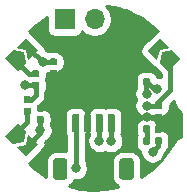
<source format=gtl>
G04 #@! TF.GenerationSoftware,KiCad,Pcbnew,(5.1.5-0-10_14)*
G04 #@! TF.CreationDate,2020-09-28T19:56:29+02:00*
G04 #@! TF.ProjectId,Encoder,456e636f-6465-4722-9e6b-696361645f70,1.1*
G04 #@! TF.SameCoordinates,Original*
G04 #@! TF.FileFunction,Copper,L1,Top*
G04 #@! TF.FilePolarity,Positive*
%FSLAX46Y46*%
G04 Gerber Fmt 4.6, Leading zero omitted, Abs format (unit mm)*
G04 Created by KiCad (PCBNEW (5.1.5-0-10_14)) date 2020-09-28 19:56:29*
%MOMM*%
%LPD*%
G04 APERTURE LIST*
%ADD10C,0.100000*%
%ADD11O,1.700000X1.700000*%
%ADD12R,1.700000X1.700000*%
%ADD13C,0.800000*%
%ADD14C,0.400000*%
%ADD15C,0.254000*%
G04 APERTURE END LIST*
G04 #@! TA.AperFunction,SMDPad,CuDef*
D10*
G36*
X121864958Y-95692710D02*
G01*
X121879276Y-95694834D01*
X121893317Y-95698351D01*
X121906946Y-95703228D01*
X121920031Y-95709417D01*
X121932447Y-95716858D01*
X121944073Y-95725481D01*
X121954798Y-95735202D01*
X121964519Y-95745927D01*
X121973142Y-95757553D01*
X121980583Y-95769969D01*
X121986772Y-95783054D01*
X121991649Y-95796683D01*
X121995166Y-95810724D01*
X121997290Y-95825042D01*
X121998000Y-95839500D01*
X121998000Y-96184500D01*
X121997290Y-96198958D01*
X121995166Y-96213276D01*
X121991649Y-96227317D01*
X121986772Y-96240946D01*
X121980583Y-96254031D01*
X121973142Y-96266447D01*
X121964519Y-96278073D01*
X121954798Y-96288798D01*
X121944073Y-96298519D01*
X121932447Y-96307142D01*
X121920031Y-96314583D01*
X121906946Y-96320772D01*
X121893317Y-96325649D01*
X121879276Y-96329166D01*
X121864958Y-96331290D01*
X121850500Y-96332000D01*
X121555500Y-96332000D01*
X121541042Y-96331290D01*
X121526724Y-96329166D01*
X121512683Y-96325649D01*
X121499054Y-96320772D01*
X121485969Y-96314583D01*
X121473553Y-96307142D01*
X121461927Y-96298519D01*
X121451202Y-96288798D01*
X121441481Y-96278073D01*
X121432858Y-96266447D01*
X121425417Y-96254031D01*
X121419228Y-96240946D01*
X121414351Y-96227317D01*
X121410834Y-96213276D01*
X121408710Y-96198958D01*
X121408000Y-96184500D01*
X121408000Y-95839500D01*
X121408710Y-95825042D01*
X121410834Y-95810724D01*
X121414351Y-95796683D01*
X121419228Y-95783054D01*
X121425417Y-95769969D01*
X121432858Y-95757553D01*
X121441481Y-95745927D01*
X121451202Y-95735202D01*
X121461927Y-95725481D01*
X121473553Y-95716858D01*
X121485969Y-95709417D01*
X121499054Y-95703228D01*
X121512683Y-95698351D01*
X121526724Y-95694834D01*
X121541042Y-95692710D01*
X121555500Y-95692000D01*
X121850500Y-95692000D01*
X121864958Y-95692710D01*
G37*
G04 #@! TD.AperFunction*
G04 #@! TA.AperFunction,SMDPad,CuDef*
G36*
X122834958Y-95692710D02*
G01*
X122849276Y-95694834D01*
X122863317Y-95698351D01*
X122876946Y-95703228D01*
X122890031Y-95709417D01*
X122902447Y-95716858D01*
X122914073Y-95725481D01*
X122924798Y-95735202D01*
X122934519Y-95745927D01*
X122943142Y-95757553D01*
X122950583Y-95769969D01*
X122956772Y-95783054D01*
X122961649Y-95796683D01*
X122965166Y-95810724D01*
X122967290Y-95825042D01*
X122968000Y-95839500D01*
X122968000Y-96184500D01*
X122967290Y-96198958D01*
X122965166Y-96213276D01*
X122961649Y-96227317D01*
X122956772Y-96240946D01*
X122950583Y-96254031D01*
X122943142Y-96266447D01*
X122934519Y-96278073D01*
X122924798Y-96288798D01*
X122914073Y-96298519D01*
X122902447Y-96307142D01*
X122890031Y-96314583D01*
X122876946Y-96320772D01*
X122863317Y-96325649D01*
X122849276Y-96329166D01*
X122834958Y-96331290D01*
X122820500Y-96332000D01*
X122525500Y-96332000D01*
X122511042Y-96331290D01*
X122496724Y-96329166D01*
X122482683Y-96325649D01*
X122469054Y-96320772D01*
X122455969Y-96314583D01*
X122443553Y-96307142D01*
X122431927Y-96298519D01*
X122421202Y-96288798D01*
X122411481Y-96278073D01*
X122402858Y-96266447D01*
X122395417Y-96254031D01*
X122389228Y-96240946D01*
X122384351Y-96227317D01*
X122380834Y-96213276D01*
X122378710Y-96198958D01*
X122378000Y-96184500D01*
X122378000Y-95839500D01*
X122378710Y-95825042D01*
X122380834Y-95810724D01*
X122384351Y-95796683D01*
X122389228Y-95783054D01*
X122395417Y-95769969D01*
X122402858Y-95757553D01*
X122411481Y-95745927D01*
X122421202Y-95735202D01*
X122431927Y-95725481D01*
X122443553Y-95716858D01*
X122455969Y-95709417D01*
X122469054Y-95703228D01*
X122482683Y-95698351D01*
X122496724Y-95694834D01*
X122511042Y-95692710D01*
X122525500Y-95692000D01*
X122820500Y-95692000D01*
X122834958Y-95692710D01*
G37*
G04 #@! TD.AperFunction*
D11*
X119828000Y-86712000D03*
X117288000Y-86712000D03*
D12*
X114748000Y-86712000D03*
G04 #@! TA.AperFunction,SMDPad,CuDef*
D10*
G36*
X122834958Y-96692710D02*
G01*
X122849276Y-96694834D01*
X122863317Y-96698351D01*
X122876946Y-96703228D01*
X122890031Y-96709417D01*
X122902447Y-96716858D01*
X122914073Y-96725481D01*
X122924798Y-96735202D01*
X122934519Y-96745927D01*
X122943142Y-96757553D01*
X122950583Y-96769969D01*
X122956772Y-96783054D01*
X122961649Y-96796683D01*
X122965166Y-96810724D01*
X122967290Y-96825042D01*
X122968000Y-96839500D01*
X122968000Y-97184500D01*
X122967290Y-97198958D01*
X122965166Y-97213276D01*
X122961649Y-97227317D01*
X122956772Y-97240946D01*
X122950583Y-97254031D01*
X122943142Y-97266447D01*
X122934519Y-97278073D01*
X122924798Y-97288798D01*
X122914073Y-97298519D01*
X122902447Y-97307142D01*
X122890031Y-97314583D01*
X122876946Y-97320772D01*
X122863317Y-97325649D01*
X122849276Y-97329166D01*
X122834958Y-97331290D01*
X122820500Y-97332000D01*
X122525500Y-97332000D01*
X122511042Y-97331290D01*
X122496724Y-97329166D01*
X122482683Y-97325649D01*
X122469054Y-97320772D01*
X122455969Y-97314583D01*
X122443553Y-97307142D01*
X122431927Y-97298519D01*
X122421202Y-97288798D01*
X122411481Y-97278073D01*
X122402858Y-97266447D01*
X122395417Y-97254031D01*
X122389228Y-97240946D01*
X122384351Y-97227317D01*
X122380834Y-97213276D01*
X122378710Y-97198958D01*
X122378000Y-97184500D01*
X122378000Y-96839500D01*
X122378710Y-96825042D01*
X122380834Y-96810724D01*
X122384351Y-96796683D01*
X122389228Y-96783054D01*
X122395417Y-96769969D01*
X122402858Y-96757553D01*
X122411481Y-96745927D01*
X122421202Y-96735202D01*
X122431927Y-96725481D01*
X122443553Y-96716858D01*
X122455969Y-96709417D01*
X122469054Y-96703228D01*
X122482683Y-96698351D01*
X122496724Y-96694834D01*
X122511042Y-96692710D01*
X122525500Y-96692000D01*
X122820500Y-96692000D01*
X122834958Y-96692710D01*
G37*
G04 #@! TD.AperFunction*
G04 #@! TA.AperFunction,SMDPad,CuDef*
G36*
X121864958Y-96692710D02*
G01*
X121879276Y-96694834D01*
X121893317Y-96698351D01*
X121906946Y-96703228D01*
X121920031Y-96709417D01*
X121932447Y-96716858D01*
X121944073Y-96725481D01*
X121954798Y-96735202D01*
X121964519Y-96745927D01*
X121973142Y-96757553D01*
X121980583Y-96769969D01*
X121986772Y-96783054D01*
X121991649Y-96796683D01*
X121995166Y-96810724D01*
X121997290Y-96825042D01*
X121998000Y-96839500D01*
X121998000Y-97184500D01*
X121997290Y-97198958D01*
X121995166Y-97213276D01*
X121991649Y-97227317D01*
X121986772Y-97240946D01*
X121980583Y-97254031D01*
X121973142Y-97266447D01*
X121964519Y-97278073D01*
X121954798Y-97288798D01*
X121944073Y-97298519D01*
X121932447Y-97307142D01*
X121920031Y-97314583D01*
X121906946Y-97320772D01*
X121893317Y-97325649D01*
X121879276Y-97329166D01*
X121864958Y-97331290D01*
X121850500Y-97332000D01*
X121555500Y-97332000D01*
X121541042Y-97331290D01*
X121526724Y-97329166D01*
X121512683Y-97325649D01*
X121499054Y-97320772D01*
X121485969Y-97314583D01*
X121473553Y-97307142D01*
X121461927Y-97298519D01*
X121451202Y-97288798D01*
X121441481Y-97278073D01*
X121432858Y-97266447D01*
X121425417Y-97254031D01*
X121419228Y-97240946D01*
X121414351Y-97227317D01*
X121410834Y-97213276D01*
X121408710Y-97198958D01*
X121408000Y-97184500D01*
X121408000Y-96839500D01*
X121408710Y-96825042D01*
X121410834Y-96810724D01*
X121414351Y-96796683D01*
X121419228Y-96783054D01*
X121425417Y-96769969D01*
X121432858Y-96757553D01*
X121441481Y-96745927D01*
X121451202Y-96735202D01*
X121461927Y-96725481D01*
X121473553Y-96716858D01*
X121485969Y-96709417D01*
X121499054Y-96703228D01*
X121512683Y-96698351D01*
X121526724Y-96694834D01*
X121541042Y-96692710D01*
X121555500Y-96692000D01*
X121850500Y-96692000D01*
X121864958Y-96692710D01*
G37*
G04 #@! TD.AperFunction*
G04 #@! TA.AperFunction,SMDPad,CuDef*
G36*
X120362505Y-98488204D02*
G01*
X120386773Y-98491804D01*
X120410572Y-98497765D01*
X120433671Y-98506030D01*
X120455850Y-98516520D01*
X120476893Y-98529132D01*
X120496599Y-98543747D01*
X120514777Y-98560223D01*
X120531253Y-98578401D01*
X120545868Y-98598107D01*
X120558480Y-98619150D01*
X120568970Y-98641329D01*
X120577235Y-98664428D01*
X120583196Y-98688227D01*
X120586796Y-98712495D01*
X120588000Y-98736999D01*
X120588000Y-100037001D01*
X120586796Y-100061505D01*
X120583196Y-100085773D01*
X120577235Y-100109572D01*
X120568970Y-100132671D01*
X120558480Y-100154850D01*
X120545868Y-100175893D01*
X120531253Y-100195599D01*
X120514777Y-100213777D01*
X120496599Y-100230253D01*
X120476893Y-100244868D01*
X120455850Y-100257480D01*
X120433671Y-100267970D01*
X120410572Y-100276235D01*
X120386773Y-100282196D01*
X120362505Y-100285796D01*
X120338001Y-100287000D01*
X119637999Y-100287000D01*
X119613495Y-100285796D01*
X119589227Y-100282196D01*
X119565428Y-100276235D01*
X119542329Y-100267970D01*
X119520150Y-100257480D01*
X119499107Y-100244868D01*
X119479401Y-100230253D01*
X119461223Y-100213777D01*
X119444747Y-100195599D01*
X119430132Y-100175893D01*
X119417520Y-100154850D01*
X119407030Y-100132671D01*
X119398765Y-100109572D01*
X119392804Y-100085773D01*
X119389204Y-100061505D01*
X119388000Y-100037001D01*
X119388000Y-98736999D01*
X119389204Y-98712495D01*
X119392804Y-98688227D01*
X119398765Y-98664428D01*
X119407030Y-98641329D01*
X119417520Y-98619150D01*
X119430132Y-98598107D01*
X119444747Y-98578401D01*
X119461223Y-98560223D01*
X119479401Y-98543747D01*
X119499107Y-98529132D01*
X119520150Y-98516520D01*
X119542329Y-98506030D01*
X119565428Y-98497765D01*
X119589227Y-98491804D01*
X119613495Y-98488204D01*
X119637999Y-98487000D01*
X120338001Y-98487000D01*
X120362505Y-98488204D01*
G37*
G04 #@! TD.AperFunction*
G04 #@! TA.AperFunction,SMDPad,CuDef*
G36*
X114762505Y-98488204D02*
G01*
X114786773Y-98491804D01*
X114810572Y-98497765D01*
X114833671Y-98506030D01*
X114855850Y-98516520D01*
X114876893Y-98529132D01*
X114896599Y-98543747D01*
X114914777Y-98560223D01*
X114931253Y-98578401D01*
X114945868Y-98598107D01*
X114958480Y-98619150D01*
X114968970Y-98641329D01*
X114977235Y-98664428D01*
X114983196Y-98688227D01*
X114986796Y-98712495D01*
X114988000Y-98736999D01*
X114988000Y-100037001D01*
X114986796Y-100061505D01*
X114983196Y-100085773D01*
X114977235Y-100109572D01*
X114968970Y-100132671D01*
X114958480Y-100154850D01*
X114945868Y-100175893D01*
X114931253Y-100195599D01*
X114914777Y-100213777D01*
X114896599Y-100230253D01*
X114876893Y-100244868D01*
X114855850Y-100257480D01*
X114833671Y-100267970D01*
X114810572Y-100276235D01*
X114786773Y-100282196D01*
X114762505Y-100285796D01*
X114738001Y-100287000D01*
X114037999Y-100287000D01*
X114013495Y-100285796D01*
X113989227Y-100282196D01*
X113965428Y-100276235D01*
X113942329Y-100267970D01*
X113920150Y-100257480D01*
X113899107Y-100244868D01*
X113879401Y-100230253D01*
X113861223Y-100213777D01*
X113844747Y-100195599D01*
X113830132Y-100175893D01*
X113817520Y-100154850D01*
X113807030Y-100132671D01*
X113798765Y-100109572D01*
X113792804Y-100085773D01*
X113789204Y-100061505D01*
X113788000Y-100037001D01*
X113788000Y-98736999D01*
X113789204Y-98712495D01*
X113792804Y-98688227D01*
X113798765Y-98664428D01*
X113807030Y-98641329D01*
X113817520Y-98619150D01*
X113830132Y-98598107D01*
X113844747Y-98578401D01*
X113861223Y-98560223D01*
X113879401Y-98543747D01*
X113899107Y-98529132D01*
X113920150Y-98516520D01*
X113942329Y-98506030D01*
X113965428Y-98497765D01*
X113989227Y-98491804D01*
X114013495Y-98488204D01*
X114037999Y-98487000D01*
X114738001Y-98487000D01*
X114762505Y-98488204D01*
G37*
G04 #@! TD.AperFunction*
G04 #@! TA.AperFunction,SMDPad,CuDef*
G36*
X118852703Y-94737722D02*
G01*
X118867264Y-94739882D01*
X118881543Y-94743459D01*
X118895403Y-94748418D01*
X118908710Y-94754712D01*
X118921336Y-94762280D01*
X118933159Y-94771048D01*
X118944066Y-94780934D01*
X118953952Y-94791841D01*
X118962720Y-94803664D01*
X118970288Y-94816290D01*
X118976582Y-94829597D01*
X118981541Y-94843457D01*
X118985118Y-94857736D01*
X118987278Y-94872297D01*
X118988000Y-94887000D01*
X118988000Y-96137000D01*
X118987278Y-96151703D01*
X118985118Y-96166264D01*
X118981541Y-96180543D01*
X118976582Y-96194403D01*
X118970288Y-96207710D01*
X118962720Y-96220336D01*
X118953952Y-96232159D01*
X118944066Y-96243066D01*
X118933159Y-96252952D01*
X118921336Y-96261720D01*
X118908710Y-96269288D01*
X118895403Y-96275582D01*
X118881543Y-96280541D01*
X118867264Y-96284118D01*
X118852703Y-96286278D01*
X118838000Y-96287000D01*
X118538000Y-96287000D01*
X118523297Y-96286278D01*
X118508736Y-96284118D01*
X118494457Y-96280541D01*
X118480597Y-96275582D01*
X118467290Y-96269288D01*
X118454664Y-96261720D01*
X118442841Y-96252952D01*
X118431934Y-96243066D01*
X118422048Y-96232159D01*
X118413280Y-96220336D01*
X118405712Y-96207710D01*
X118399418Y-96194403D01*
X118394459Y-96180543D01*
X118390882Y-96166264D01*
X118388722Y-96151703D01*
X118388000Y-96137000D01*
X118388000Y-94887000D01*
X118388722Y-94872297D01*
X118390882Y-94857736D01*
X118394459Y-94843457D01*
X118399418Y-94829597D01*
X118405712Y-94816290D01*
X118413280Y-94803664D01*
X118422048Y-94791841D01*
X118431934Y-94780934D01*
X118442841Y-94771048D01*
X118454664Y-94762280D01*
X118467290Y-94754712D01*
X118480597Y-94748418D01*
X118494457Y-94743459D01*
X118508736Y-94739882D01*
X118523297Y-94737722D01*
X118538000Y-94737000D01*
X118838000Y-94737000D01*
X118852703Y-94737722D01*
G37*
G04 #@! TD.AperFunction*
G04 #@! TA.AperFunction,SMDPad,CuDef*
G36*
X117852703Y-94737722D02*
G01*
X117867264Y-94739882D01*
X117881543Y-94743459D01*
X117895403Y-94748418D01*
X117908710Y-94754712D01*
X117921336Y-94762280D01*
X117933159Y-94771048D01*
X117944066Y-94780934D01*
X117953952Y-94791841D01*
X117962720Y-94803664D01*
X117970288Y-94816290D01*
X117976582Y-94829597D01*
X117981541Y-94843457D01*
X117985118Y-94857736D01*
X117987278Y-94872297D01*
X117988000Y-94887000D01*
X117988000Y-96137000D01*
X117987278Y-96151703D01*
X117985118Y-96166264D01*
X117981541Y-96180543D01*
X117976582Y-96194403D01*
X117970288Y-96207710D01*
X117962720Y-96220336D01*
X117953952Y-96232159D01*
X117944066Y-96243066D01*
X117933159Y-96252952D01*
X117921336Y-96261720D01*
X117908710Y-96269288D01*
X117895403Y-96275582D01*
X117881543Y-96280541D01*
X117867264Y-96284118D01*
X117852703Y-96286278D01*
X117838000Y-96287000D01*
X117538000Y-96287000D01*
X117523297Y-96286278D01*
X117508736Y-96284118D01*
X117494457Y-96280541D01*
X117480597Y-96275582D01*
X117467290Y-96269288D01*
X117454664Y-96261720D01*
X117442841Y-96252952D01*
X117431934Y-96243066D01*
X117422048Y-96232159D01*
X117413280Y-96220336D01*
X117405712Y-96207710D01*
X117399418Y-96194403D01*
X117394459Y-96180543D01*
X117390882Y-96166264D01*
X117388722Y-96151703D01*
X117388000Y-96137000D01*
X117388000Y-94887000D01*
X117388722Y-94872297D01*
X117390882Y-94857736D01*
X117394459Y-94843457D01*
X117399418Y-94829597D01*
X117405712Y-94816290D01*
X117413280Y-94803664D01*
X117422048Y-94791841D01*
X117431934Y-94780934D01*
X117442841Y-94771048D01*
X117454664Y-94762280D01*
X117467290Y-94754712D01*
X117480597Y-94748418D01*
X117494457Y-94743459D01*
X117508736Y-94739882D01*
X117523297Y-94737722D01*
X117538000Y-94737000D01*
X117838000Y-94737000D01*
X117852703Y-94737722D01*
G37*
G04 #@! TD.AperFunction*
G04 #@! TA.AperFunction,SMDPad,CuDef*
G36*
X116852703Y-94737722D02*
G01*
X116867264Y-94739882D01*
X116881543Y-94743459D01*
X116895403Y-94748418D01*
X116908710Y-94754712D01*
X116921336Y-94762280D01*
X116933159Y-94771048D01*
X116944066Y-94780934D01*
X116953952Y-94791841D01*
X116962720Y-94803664D01*
X116970288Y-94816290D01*
X116976582Y-94829597D01*
X116981541Y-94843457D01*
X116985118Y-94857736D01*
X116987278Y-94872297D01*
X116988000Y-94887000D01*
X116988000Y-96137000D01*
X116987278Y-96151703D01*
X116985118Y-96166264D01*
X116981541Y-96180543D01*
X116976582Y-96194403D01*
X116970288Y-96207710D01*
X116962720Y-96220336D01*
X116953952Y-96232159D01*
X116944066Y-96243066D01*
X116933159Y-96252952D01*
X116921336Y-96261720D01*
X116908710Y-96269288D01*
X116895403Y-96275582D01*
X116881543Y-96280541D01*
X116867264Y-96284118D01*
X116852703Y-96286278D01*
X116838000Y-96287000D01*
X116538000Y-96287000D01*
X116523297Y-96286278D01*
X116508736Y-96284118D01*
X116494457Y-96280541D01*
X116480597Y-96275582D01*
X116467290Y-96269288D01*
X116454664Y-96261720D01*
X116442841Y-96252952D01*
X116431934Y-96243066D01*
X116422048Y-96232159D01*
X116413280Y-96220336D01*
X116405712Y-96207710D01*
X116399418Y-96194403D01*
X116394459Y-96180543D01*
X116390882Y-96166264D01*
X116388722Y-96151703D01*
X116388000Y-96137000D01*
X116388000Y-94887000D01*
X116388722Y-94872297D01*
X116390882Y-94857736D01*
X116394459Y-94843457D01*
X116399418Y-94829597D01*
X116405712Y-94816290D01*
X116413280Y-94803664D01*
X116422048Y-94791841D01*
X116431934Y-94780934D01*
X116442841Y-94771048D01*
X116454664Y-94762280D01*
X116467290Y-94754712D01*
X116480597Y-94748418D01*
X116494457Y-94743459D01*
X116508736Y-94739882D01*
X116523297Y-94737722D01*
X116538000Y-94737000D01*
X116838000Y-94737000D01*
X116852703Y-94737722D01*
G37*
G04 #@! TD.AperFunction*
G04 #@! TA.AperFunction,SMDPad,CuDef*
G36*
X115852703Y-94737722D02*
G01*
X115867264Y-94739882D01*
X115881543Y-94743459D01*
X115895403Y-94748418D01*
X115908710Y-94754712D01*
X115921336Y-94762280D01*
X115933159Y-94771048D01*
X115944066Y-94780934D01*
X115953952Y-94791841D01*
X115962720Y-94803664D01*
X115970288Y-94816290D01*
X115976582Y-94829597D01*
X115981541Y-94843457D01*
X115985118Y-94857736D01*
X115987278Y-94872297D01*
X115988000Y-94887000D01*
X115988000Y-96137000D01*
X115987278Y-96151703D01*
X115985118Y-96166264D01*
X115981541Y-96180543D01*
X115976582Y-96194403D01*
X115970288Y-96207710D01*
X115962720Y-96220336D01*
X115953952Y-96232159D01*
X115944066Y-96243066D01*
X115933159Y-96252952D01*
X115921336Y-96261720D01*
X115908710Y-96269288D01*
X115895403Y-96275582D01*
X115881543Y-96280541D01*
X115867264Y-96284118D01*
X115852703Y-96286278D01*
X115838000Y-96287000D01*
X115538000Y-96287000D01*
X115523297Y-96286278D01*
X115508736Y-96284118D01*
X115494457Y-96280541D01*
X115480597Y-96275582D01*
X115467290Y-96269288D01*
X115454664Y-96261720D01*
X115442841Y-96252952D01*
X115431934Y-96243066D01*
X115422048Y-96232159D01*
X115413280Y-96220336D01*
X115405712Y-96207710D01*
X115399418Y-96194403D01*
X115394459Y-96180543D01*
X115390882Y-96166264D01*
X115388722Y-96151703D01*
X115388000Y-96137000D01*
X115388000Y-94887000D01*
X115388722Y-94872297D01*
X115390882Y-94857736D01*
X115394459Y-94843457D01*
X115399418Y-94829597D01*
X115405712Y-94816290D01*
X115413280Y-94803664D01*
X115422048Y-94791841D01*
X115431934Y-94780934D01*
X115442841Y-94771048D01*
X115454664Y-94762280D01*
X115467290Y-94754712D01*
X115480597Y-94748418D01*
X115494457Y-94743459D01*
X115508736Y-94739882D01*
X115523297Y-94737722D01*
X115538000Y-94737000D01*
X115838000Y-94737000D01*
X115852703Y-94737722D01*
G37*
G04 #@! TD.AperFunction*
G04 #@! TA.AperFunction,SMDPad,CuDef*
G36*
X111774958Y-94202710D02*
G01*
X111789276Y-94204834D01*
X111803317Y-94208351D01*
X111816946Y-94213228D01*
X111830031Y-94219417D01*
X111842447Y-94226858D01*
X111854073Y-94235481D01*
X111864798Y-94245202D01*
X111874519Y-94255927D01*
X111883142Y-94267553D01*
X111890583Y-94279969D01*
X111896772Y-94293054D01*
X111901649Y-94306683D01*
X111905166Y-94320724D01*
X111907290Y-94335042D01*
X111908000Y-94349500D01*
X111908000Y-94644500D01*
X111907290Y-94658958D01*
X111905166Y-94673276D01*
X111901649Y-94687317D01*
X111896772Y-94700946D01*
X111890583Y-94714031D01*
X111883142Y-94726447D01*
X111874519Y-94738073D01*
X111864798Y-94748798D01*
X111854073Y-94758519D01*
X111842447Y-94767142D01*
X111830031Y-94774583D01*
X111816946Y-94780772D01*
X111803317Y-94785649D01*
X111789276Y-94789166D01*
X111774958Y-94791290D01*
X111760500Y-94792000D01*
X111415500Y-94792000D01*
X111401042Y-94791290D01*
X111386724Y-94789166D01*
X111372683Y-94785649D01*
X111359054Y-94780772D01*
X111345969Y-94774583D01*
X111333553Y-94767142D01*
X111321927Y-94758519D01*
X111311202Y-94748798D01*
X111301481Y-94738073D01*
X111292858Y-94726447D01*
X111285417Y-94714031D01*
X111279228Y-94700946D01*
X111274351Y-94687317D01*
X111270834Y-94673276D01*
X111268710Y-94658958D01*
X111268000Y-94644500D01*
X111268000Y-94349500D01*
X111268710Y-94335042D01*
X111270834Y-94320724D01*
X111274351Y-94306683D01*
X111279228Y-94293054D01*
X111285417Y-94279969D01*
X111292858Y-94267553D01*
X111301481Y-94255927D01*
X111311202Y-94245202D01*
X111321927Y-94235481D01*
X111333553Y-94226858D01*
X111345969Y-94219417D01*
X111359054Y-94213228D01*
X111372683Y-94208351D01*
X111386724Y-94204834D01*
X111401042Y-94202710D01*
X111415500Y-94202000D01*
X111760500Y-94202000D01*
X111774958Y-94202710D01*
G37*
G04 #@! TD.AperFunction*
G04 #@! TA.AperFunction,SMDPad,CuDef*
G36*
X111774958Y-93232710D02*
G01*
X111789276Y-93234834D01*
X111803317Y-93238351D01*
X111816946Y-93243228D01*
X111830031Y-93249417D01*
X111842447Y-93256858D01*
X111854073Y-93265481D01*
X111864798Y-93275202D01*
X111874519Y-93285927D01*
X111883142Y-93297553D01*
X111890583Y-93309969D01*
X111896772Y-93323054D01*
X111901649Y-93336683D01*
X111905166Y-93350724D01*
X111907290Y-93365042D01*
X111908000Y-93379500D01*
X111908000Y-93674500D01*
X111907290Y-93688958D01*
X111905166Y-93703276D01*
X111901649Y-93717317D01*
X111896772Y-93730946D01*
X111890583Y-93744031D01*
X111883142Y-93756447D01*
X111874519Y-93768073D01*
X111864798Y-93778798D01*
X111854073Y-93788519D01*
X111842447Y-93797142D01*
X111830031Y-93804583D01*
X111816946Y-93810772D01*
X111803317Y-93815649D01*
X111789276Y-93819166D01*
X111774958Y-93821290D01*
X111760500Y-93822000D01*
X111415500Y-93822000D01*
X111401042Y-93821290D01*
X111386724Y-93819166D01*
X111372683Y-93815649D01*
X111359054Y-93810772D01*
X111345969Y-93804583D01*
X111333553Y-93797142D01*
X111321927Y-93788519D01*
X111311202Y-93778798D01*
X111301481Y-93768073D01*
X111292858Y-93756447D01*
X111285417Y-93744031D01*
X111279228Y-93730946D01*
X111274351Y-93717317D01*
X111270834Y-93703276D01*
X111268710Y-93688958D01*
X111268000Y-93674500D01*
X111268000Y-93379500D01*
X111268710Y-93365042D01*
X111270834Y-93350724D01*
X111274351Y-93336683D01*
X111279228Y-93323054D01*
X111285417Y-93309969D01*
X111292858Y-93297553D01*
X111301481Y-93285927D01*
X111311202Y-93275202D01*
X111321927Y-93265481D01*
X111333553Y-93256858D01*
X111345969Y-93249417D01*
X111359054Y-93243228D01*
X111372683Y-93238351D01*
X111386724Y-93234834D01*
X111401042Y-93232710D01*
X111415500Y-93232000D01*
X111760500Y-93232000D01*
X111774958Y-93232710D01*
G37*
G04 #@! TD.AperFunction*
G04 #@! TA.AperFunction,SMDPad,CuDef*
G36*
X112474958Y-91032710D02*
G01*
X112489276Y-91034834D01*
X112503317Y-91038351D01*
X112516946Y-91043228D01*
X112530031Y-91049417D01*
X112542447Y-91056858D01*
X112554073Y-91065481D01*
X112564798Y-91075202D01*
X112574519Y-91085927D01*
X112583142Y-91097553D01*
X112590583Y-91109969D01*
X112596772Y-91123054D01*
X112601649Y-91136683D01*
X112605166Y-91150724D01*
X112607290Y-91165042D01*
X112608000Y-91179500D01*
X112608000Y-91474500D01*
X112607290Y-91488958D01*
X112605166Y-91503276D01*
X112601649Y-91517317D01*
X112596772Y-91530946D01*
X112590583Y-91544031D01*
X112583142Y-91556447D01*
X112574519Y-91568073D01*
X112564798Y-91578798D01*
X112554073Y-91588519D01*
X112542447Y-91597142D01*
X112530031Y-91604583D01*
X112516946Y-91610772D01*
X112503317Y-91615649D01*
X112489276Y-91619166D01*
X112474958Y-91621290D01*
X112460500Y-91622000D01*
X112115500Y-91622000D01*
X112101042Y-91621290D01*
X112086724Y-91619166D01*
X112072683Y-91615649D01*
X112059054Y-91610772D01*
X112045969Y-91604583D01*
X112033553Y-91597142D01*
X112021927Y-91588519D01*
X112011202Y-91578798D01*
X112001481Y-91568073D01*
X111992858Y-91556447D01*
X111985417Y-91544031D01*
X111979228Y-91530946D01*
X111974351Y-91517317D01*
X111970834Y-91503276D01*
X111968710Y-91488958D01*
X111968000Y-91474500D01*
X111968000Y-91179500D01*
X111968710Y-91165042D01*
X111970834Y-91150724D01*
X111974351Y-91136683D01*
X111979228Y-91123054D01*
X111985417Y-91109969D01*
X111992858Y-91097553D01*
X112001481Y-91085927D01*
X112011202Y-91075202D01*
X112021927Y-91065481D01*
X112033553Y-91056858D01*
X112045969Y-91049417D01*
X112059054Y-91043228D01*
X112072683Y-91038351D01*
X112086724Y-91034834D01*
X112101042Y-91032710D01*
X112115500Y-91032000D01*
X112460500Y-91032000D01*
X112474958Y-91032710D01*
G37*
G04 #@! TD.AperFunction*
G04 #@! TA.AperFunction,SMDPad,CuDef*
G36*
X112474958Y-92002710D02*
G01*
X112489276Y-92004834D01*
X112503317Y-92008351D01*
X112516946Y-92013228D01*
X112530031Y-92019417D01*
X112542447Y-92026858D01*
X112554073Y-92035481D01*
X112564798Y-92045202D01*
X112574519Y-92055927D01*
X112583142Y-92067553D01*
X112590583Y-92079969D01*
X112596772Y-92093054D01*
X112601649Y-92106683D01*
X112605166Y-92120724D01*
X112607290Y-92135042D01*
X112608000Y-92149500D01*
X112608000Y-92444500D01*
X112607290Y-92458958D01*
X112605166Y-92473276D01*
X112601649Y-92487317D01*
X112596772Y-92500946D01*
X112590583Y-92514031D01*
X112583142Y-92526447D01*
X112574519Y-92538073D01*
X112564798Y-92548798D01*
X112554073Y-92558519D01*
X112542447Y-92567142D01*
X112530031Y-92574583D01*
X112516946Y-92580772D01*
X112503317Y-92585649D01*
X112489276Y-92589166D01*
X112474958Y-92591290D01*
X112460500Y-92592000D01*
X112115500Y-92592000D01*
X112101042Y-92591290D01*
X112086724Y-92589166D01*
X112072683Y-92585649D01*
X112059054Y-92580772D01*
X112045969Y-92574583D01*
X112033553Y-92567142D01*
X112021927Y-92558519D01*
X112011202Y-92548798D01*
X112001481Y-92538073D01*
X111992858Y-92526447D01*
X111985417Y-92514031D01*
X111979228Y-92500946D01*
X111974351Y-92487317D01*
X111970834Y-92473276D01*
X111968710Y-92458958D01*
X111968000Y-92444500D01*
X111968000Y-92149500D01*
X111968710Y-92135042D01*
X111970834Y-92120724D01*
X111974351Y-92106683D01*
X111979228Y-92093054D01*
X111985417Y-92079969D01*
X111992858Y-92067553D01*
X112001481Y-92055927D01*
X112011202Y-92045202D01*
X112021927Y-92035481D01*
X112033553Y-92026858D01*
X112045969Y-92019417D01*
X112059054Y-92013228D01*
X112072683Y-92008351D01*
X112086724Y-92004834D01*
X112101042Y-92002710D01*
X112115500Y-92002000D01*
X112460500Y-92002000D01*
X112474958Y-92002710D01*
G37*
G04 #@! TD.AperFunction*
G04 #@! TA.AperFunction,SMDPad,CuDef*
G36*
X112874958Y-94902710D02*
G01*
X112889276Y-94904834D01*
X112903317Y-94908351D01*
X112916946Y-94913228D01*
X112930031Y-94919417D01*
X112942447Y-94926858D01*
X112954073Y-94935481D01*
X112964798Y-94945202D01*
X112974519Y-94955927D01*
X112983142Y-94967553D01*
X112990583Y-94979969D01*
X112996772Y-94993054D01*
X113001649Y-95006683D01*
X113005166Y-95020724D01*
X113007290Y-95035042D01*
X113008000Y-95049500D01*
X113008000Y-95344500D01*
X113007290Y-95358958D01*
X113005166Y-95373276D01*
X113001649Y-95387317D01*
X112996772Y-95400946D01*
X112990583Y-95414031D01*
X112983142Y-95426447D01*
X112974519Y-95438073D01*
X112964798Y-95448798D01*
X112954073Y-95458519D01*
X112942447Y-95467142D01*
X112930031Y-95474583D01*
X112916946Y-95480772D01*
X112903317Y-95485649D01*
X112889276Y-95489166D01*
X112874958Y-95491290D01*
X112860500Y-95492000D01*
X112515500Y-95492000D01*
X112501042Y-95491290D01*
X112486724Y-95489166D01*
X112472683Y-95485649D01*
X112459054Y-95480772D01*
X112445969Y-95474583D01*
X112433553Y-95467142D01*
X112421927Y-95458519D01*
X112411202Y-95448798D01*
X112401481Y-95438073D01*
X112392858Y-95426447D01*
X112385417Y-95414031D01*
X112379228Y-95400946D01*
X112374351Y-95387317D01*
X112370834Y-95373276D01*
X112368710Y-95358958D01*
X112368000Y-95344500D01*
X112368000Y-95049500D01*
X112368710Y-95035042D01*
X112370834Y-95020724D01*
X112374351Y-95006683D01*
X112379228Y-94993054D01*
X112385417Y-94979969D01*
X112392858Y-94967553D01*
X112401481Y-94955927D01*
X112411202Y-94945202D01*
X112421927Y-94935481D01*
X112433553Y-94926858D01*
X112445969Y-94919417D01*
X112459054Y-94913228D01*
X112472683Y-94908351D01*
X112486724Y-94904834D01*
X112501042Y-94902710D01*
X112515500Y-94902000D01*
X112860500Y-94902000D01*
X112874958Y-94902710D01*
G37*
G04 #@! TD.AperFunction*
G04 #@! TA.AperFunction,SMDPad,CuDef*
G36*
X112874958Y-93932710D02*
G01*
X112889276Y-93934834D01*
X112903317Y-93938351D01*
X112916946Y-93943228D01*
X112930031Y-93949417D01*
X112942447Y-93956858D01*
X112954073Y-93965481D01*
X112964798Y-93975202D01*
X112974519Y-93985927D01*
X112983142Y-93997553D01*
X112990583Y-94009969D01*
X112996772Y-94023054D01*
X113001649Y-94036683D01*
X113005166Y-94050724D01*
X113007290Y-94065042D01*
X113008000Y-94079500D01*
X113008000Y-94374500D01*
X113007290Y-94388958D01*
X113005166Y-94403276D01*
X113001649Y-94417317D01*
X112996772Y-94430946D01*
X112990583Y-94444031D01*
X112983142Y-94456447D01*
X112974519Y-94468073D01*
X112964798Y-94478798D01*
X112954073Y-94488519D01*
X112942447Y-94497142D01*
X112930031Y-94504583D01*
X112916946Y-94510772D01*
X112903317Y-94515649D01*
X112889276Y-94519166D01*
X112874958Y-94521290D01*
X112860500Y-94522000D01*
X112515500Y-94522000D01*
X112501042Y-94521290D01*
X112486724Y-94519166D01*
X112472683Y-94515649D01*
X112459054Y-94510772D01*
X112445969Y-94504583D01*
X112433553Y-94497142D01*
X112421927Y-94488519D01*
X112411202Y-94478798D01*
X112401481Y-94468073D01*
X112392858Y-94456447D01*
X112385417Y-94444031D01*
X112379228Y-94430946D01*
X112374351Y-94417317D01*
X112370834Y-94403276D01*
X112368710Y-94388958D01*
X112368000Y-94374500D01*
X112368000Y-94079500D01*
X112368710Y-94065042D01*
X112370834Y-94050724D01*
X112374351Y-94036683D01*
X112379228Y-94023054D01*
X112385417Y-94009969D01*
X112392858Y-93997553D01*
X112401481Y-93985927D01*
X112411202Y-93975202D01*
X112421927Y-93965481D01*
X112433553Y-93956858D01*
X112445969Y-93949417D01*
X112459054Y-93943228D01*
X112472683Y-93938351D01*
X112486724Y-93934834D01*
X112501042Y-93932710D01*
X112515500Y-93932000D01*
X112860500Y-93932000D01*
X112874958Y-93932710D01*
G37*
G04 #@! TD.AperFunction*
G04 #@! TA.AperFunction,SMDPad,CuDef*
G36*
X113974958Y-91002710D02*
G01*
X113989276Y-91004834D01*
X114003317Y-91008351D01*
X114016946Y-91013228D01*
X114030031Y-91019417D01*
X114042447Y-91026858D01*
X114054073Y-91035481D01*
X114064798Y-91045202D01*
X114074519Y-91055927D01*
X114083142Y-91067553D01*
X114090583Y-91079969D01*
X114096772Y-91093054D01*
X114101649Y-91106683D01*
X114105166Y-91120724D01*
X114107290Y-91135042D01*
X114108000Y-91149500D01*
X114108000Y-91444500D01*
X114107290Y-91458958D01*
X114105166Y-91473276D01*
X114101649Y-91487317D01*
X114096772Y-91500946D01*
X114090583Y-91514031D01*
X114083142Y-91526447D01*
X114074519Y-91538073D01*
X114064798Y-91548798D01*
X114054073Y-91558519D01*
X114042447Y-91567142D01*
X114030031Y-91574583D01*
X114016946Y-91580772D01*
X114003317Y-91585649D01*
X113989276Y-91589166D01*
X113974958Y-91591290D01*
X113960500Y-91592000D01*
X113615500Y-91592000D01*
X113601042Y-91591290D01*
X113586724Y-91589166D01*
X113572683Y-91585649D01*
X113559054Y-91580772D01*
X113545969Y-91574583D01*
X113533553Y-91567142D01*
X113521927Y-91558519D01*
X113511202Y-91548798D01*
X113501481Y-91538073D01*
X113492858Y-91526447D01*
X113485417Y-91514031D01*
X113479228Y-91500946D01*
X113474351Y-91487317D01*
X113470834Y-91473276D01*
X113468710Y-91458958D01*
X113468000Y-91444500D01*
X113468000Y-91149500D01*
X113468710Y-91135042D01*
X113470834Y-91120724D01*
X113474351Y-91106683D01*
X113479228Y-91093054D01*
X113485417Y-91079969D01*
X113492858Y-91067553D01*
X113501481Y-91055927D01*
X113511202Y-91045202D01*
X113521927Y-91035481D01*
X113533553Y-91026858D01*
X113545969Y-91019417D01*
X113559054Y-91013228D01*
X113572683Y-91008351D01*
X113586724Y-91004834D01*
X113601042Y-91002710D01*
X113615500Y-91002000D01*
X113960500Y-91002000D01*
X113974958Y-91002710D01*
G37*
G04 #@! TD.AperFunction*
G04 #@! TA.AperFunction,SMDPad,CuDef*
G36*
X113974958Y-90032710D02*
G01*
X113989276Y-90034834D01*
X114003317Y-90038351D01*
X114016946Y-90043228D01*
X114030031Y-90049417D01*
X114042447Y-90056858D01*
X114054073Y-90065481D01*
X114064798Y-90075202D01*
X114074519Y-90085927D01*
X114083142Y-90097553D01*
X114090583Y-90109969D01*
X114096772Y-90123054D01*
X114101649Y-90136683D01*
X114105166Y-90150724D01*
X114107290Y-90165042D01*
X114108000Y-90179500D01*
X114108000Y-90474500D01*
X114107290Y-90488958D01*
X114105166Y-90503276D01*
X114101649Y-90517317D01*
X114096772Y-90530946D01*
X114090583Y-90544031D01*
X114083142Y-90556447D01*
X114074519Y-90568073D01*
X114064798Y-90578798D01*
X114054073Y-90588519D01*
X114042447Y-90597142D01*
X114030031Y-90604583D01*
X114016946Y-90610772D01*
X114003317Y-90615649D01*
X113989276Y-90619166D01*
X113974958Y-90621290D01*
X113960500Y-90622000D01*
X113615500Y-90622000D01*
X113601042Y-90621290D01*
X113586724Y-90619166D01*
X113572683Y-90615649D01*
X113559054Y-90610772D01*
X113545969Y-90604583D01*
X113533553Y-90597142D01*
X113521927Y-90588519D01*
X113511202Y-90578798D01*
X113501481Y-90568073D01*
X113492858Y-90556447D01*
X113485417Y-90544031D01*
X113479228Y-90530946D01*
X113474351Y-90517317D01*
X113470834Y-90503276D01*
X113468710Y-90488958D01*
X113468000Y-90474500D01*
X113468000Y-90179500D01*
X113468710Y-90165042D01*
X113470834Y-90150724D01*
X113474351Y-90136683D01*
X113479228Y-90123054D01*
X113485417Y-90109969D01*
X113492858Y-90097553D01*
X113501481Y-90085927D01*
X113511202Y-90075202D01*
X113521927Y-90065481D01*
X113533553Y-90056858D01*
X113545969Y-90049417D01*
X113559054Y-90043228D01*
X113572683Y-90038351D01*
X113586724Y-90034834D01*
X113601042Y-90032710D01*
X113615500Y-90032000D01*
X113960500Y-90032000D01*
X113974958Y-90032710D01*
G37*
G04 #@! TD.AperFunction*
G04 #@! TA.AperFunction,SMDPad,CuDef*
G36*
X111295107Y-97106455D02*
G01*
X110411223Y-97283231D01*
X109704117Y-96576125D01*
X110764777Y-95515465D01*
X111471883Y-96222571D01*
X111295107Y-97106455D01*
G37*
G04 #@! TD.AperFunction*
G04 #@! TA.AperFunction,SMDPad,CuDef*
G36*
X111436527Y-98308535D02*
G01*
X110623355Y-97495363D01*
X111507238Y-97318586D01*
X111684015Y-96434703D01*
X112497187Y-97247875D01*
X111436527Y-98308535D01*
G37*
G04 #@! TD.AperFunction*
G04 #@! TA.AperFunction,SMDPad,CuDef*
G36*
X111295107Y-89504893D02*
G01*
X111471883Y-90388777D01*
X110764777Y-91095883D01*
X109704117Y-90035223D01*
X110411223Y-89328117D01*
X111295107Y-89504893D01*
G37*
G04 #@! TD.AperFunction*
G04 #@! TA.AperFunction,SMDPad,CuDef*
G36*
X112497187Y-89363473D02*
G01*
X111684015Y-90176645D01*
X111507238Y-89292762D01*
X110623355Y-89115985D01*
X111436527Y-88302813D01*
X112497187Y-89363473D01*
G37*
G04 #@! TD.AperFunction*
G04 #@! TA.AperFunction,SMDPad,CuDef*
G36*
X122993545Y-89517545D02*
G01*
X123877429Y-89340769D01*
X124584535Y-90047875D01*
X123523875Y-91108535D01*
X122816769Y-90401429D01*
X122993545Y-89517545D01*
G37*
G04 #@! TD.AperFunction*
G04 #@! TA.AperFunction,SMDPad,CuDef*
G36*
X122852125Y-88315465D02*
G01*
X123665297Y-89128637D01*
X122781414Y-89305414D01*
X122604637Y-90189297D01*
X121791465Y-89376125D01*
X122852125Y-88315465D01*
G37*
G04 #@! TD.AperFunction*
G04 #@! TA.AperFunction,SMDPad,CuDef*
G36*
X121834958Y-91692710D02*
G01*
X121849276Y-91694834D01*
X121863317Y-91698351D01*
X121876946Y-91703228D01*
X121890031Y-91709417D01*
X121902447Y-91716858D01*
X121914073Y-91725481D01*
X121924798Y-91735202D01*
X121934519Y-91745927D01*
X121943142Y-91757553D01*
X121950583Y-91769969D01*
X121956772Y-91783054D01*
X121961649Y-91796683D01*
X121965166Y-91810724D01*
X121967290Y-91825042D01*
X121968000Y-91839500D01*
X121968000Y-92184500D01*
X121967290Y-92198958D01*
X121965166Y-92213276D01*
X121961649Y-92227317D01*
X121956772Y-92240946D01*
X121950583Y-92254031D01*
X121943142Y-92266447D01*
X121934519Y-92278073D01*
X121924798Y-92288798D01*
X121914073Y-92298519D01*
X121902447Y-92307142D01*
X121890031Y-92314583D01*
X121876946Y-92320772D01*
X121863317Y-92325649D01*
X121849276Y-92329166D01*
X121834958Y-92331290D01*
X121820500Y-92332000D01*
X121525500Y-92332000D01*
X121511042Y-92331290D01*
X121496724Y-92329166D01*
X121482683Y-92325649D01*
X121469054Y-92320772D01*
X121455969Y-92314583D01*
X121443553Y-92307142D01*
X121431927Y-92298519D01*
X121421202Y-92288798D01*
X121411481Y-92278073D01*
X121402858Y-92266447D01*
X121395417Y-92254031D01*
X121389228Y-92240946D01*
X121384351Y-92227317D01*
X121380834Y-92213276D01*
X121378710Y-92198958D01*
X121378000Y-92184500D01*
X121378000Y-91839500D01*
X121378710Y-91825042D01*
X121380834Y-91810724D01*
X121384351Y-91796683D01*
X121389228Y-91783054D01*
X121395417Y-91769969D01*
X121402858Y-91757553D01*
X121411481Y-91745927D01*
X121421202Y-91735202D01*
X121431927Y-91725481D01*
X121443553Y-91716858D01*
X121455969Y-91709417D01*
X121469054Y-91703228D01*
X121482683Y-91698351D01*
X121496724Y-91694834D01*
X121511042Y-91692710D01*
X121525500Y-91692000D01*
X121820500Y-91692000D01*
X121834958Y-91692710D01*
G37*
G04 #@! TD.AperFunction*
G04 #@! TA.AperFunction,SMDPad,CuDef*
G36*
X120864958Y-91692710D02*
G01*
X120879276Y-91694834D01*
X120893317Y-91698351D01*
X120906946Y-91703228D01*
X120920031Y-91709417D01*
X120932447Y-91716858D01*
X120944073Y-91725481D01*
X120954798Y-91735202D01*
X120964519Y-91745927D01*
X120973142Y-91757553D01*
X120980583Y-91769969D01*
X120986772Y-91783054D01*
X120991649Y-91796683D01*
X120995166Y-91810724D01*
X120997290Y-91825042D01*
X120998000Y-91839500D01*
X120998000Y-92184500D01*
X120997290Y-92198958D01*
X120995166Y-92213276D01*
X120991649Y-92227317D01*
X120986772Y-92240946D01*
X120980583Y-92254031D01*
X120973142Y-92266447D01*
X120964519Y-92278073D01*
X120954798Y-92288798D01*
X120944073Y-92298519D01*
X120932447Y-92307142D01*
X120920031Y-92314583D01*
X120906946Y-92320772D01*
X120893317Y-92325649D01*
X120879276Y-92329166D01*
X120864958Y-92331290D01*
X120850500Y-92332000D01*
X120555500Y-92332000D01*
X120541042Y-92331290D01*
X120526724Y-92329166D01*
X120512683Y-92325649D01*
X120499054Y-92320772D01*
X120485969Y-92314583D01*
X120473553Y-92307142D01*
X120461927Y-92298519D01*
X120451202Y-92288798D01*
X120441481Y-92278073D01*
X120432858Y-92266447D01*
X120425417Y-92254031D01*
X120419228Y-92240946D01*
X120414351Y-92227317D01*
X120410834Y-92213276D01*
X120408710Y-92198958D01*
X120408000Y-92184500D01*
X120408000Y-91839500D01*
X120408710Y-91825042D01*
X120410834Y-91810724D01*
X120414351Y-91796683D01*
X120419228Y-91783054D01*
X120425417Y-91769969D01*
X120432858Y-91757553D01*
X120441481Y-91745927D01*
X120451202Y-91735202D01*
X120461927Y-91725481D01*
X120473553Y-91716858D01*
X120485969Y-91709417D01*
X120499054Y-91703228D01*
X120512683Y-91698351D01*
X120526724Y-91694834D01*
X120541042Y-91692710D01*
X120555500Y-91692000D01*
X120850500Y-91692000D01*
X120864958Y-91692710D01*
G37*
G04 #@! TD.AperFunction*
G04 #@! TA.AperFunction,SMDPad,CuDef*
G36*
X122874958Y-94702710D02*
G01*
X122889276Y-94704834D01*
X122903317Y-94708351D01*
X122916946Y-94713228D01*
X122930031Y-94719417D01*
X122942447Y-94726858D01*
X122954073Y-94735481D01*
X122964798Y-94745202D01*
X122974519Y-94755927D01*
X122983142Y-94767553D01*
X122990583Y-94779969D01*
X122996772Y-94793054D01*
X123001649Y-94806683D01*
X123005166Y-94820724D01*
X123007290Y-94835042D01*
X123008000Y-94849500D01*
X123008000Y-95144500D01*
X123007290Y-95158958D01*
X123005166Y-95173276D01*
X123001649Y-95187317D01*
X122996772Y-95200946D01*
X122990583Y-95214031D01*
X122983142Y-95226447D01*
X122974519Y-95238073D01*
X122964798Y-95248798D01*
X122954073Y-95258519D01*
X122942447Y-95267142D01*
X122930031Y-95274583D01*
X122916946Y-95280772D01*
X122903317Y-95285649D01*
X122889276Y-95289166D01*
X122874958Y-95291290D01*
X122860500Y-95292000D01*
X122515500Y-95292000D01*
X122501042Y-95291290D01*
X122486724Y-95289166D01*
X122472683Y-95285649D01*
X122459054Y-95280772D01*
X122445969Y-95274583D01*
X122433553Y-95267142D01*
X122421927Y-95258519D01*
X122411202Y-95248798D01*
X122401481Y-95238073D01*
X122392858Y-95226447D01*
X122385417Y-95214031D01*
X122379228Y-95200946D01*
X122374351Y-95187317D01*
X122370834Y-95173276D01*
X122368710Y-95158958D01*
X122368000Y-95144500D01*
X122368000Y-94849500D01*
X122368710Y-94835042D01*
X122370834Y-94820724D01*
X122374351Y-94806683D01*
X122379228Y-94793054D01*
X122385417Y-94779969D01*
X122392858Y-94767553D01*
X122401481Y-94755927D01*
X122411202Y-94745202D01*
X122421927Y-94735481D01*
X122433553Y-94726858D01*
X122445969Y-94719417D01*
X122459054Y-94713228D01*
X122472683Y-94708351D01*
X122486724Y-94704834D01*
X122501042Y-94702710D01*
X122515500Y-94702000D01*
X122860500Y-94702000D01*
X122874958Y-94702710D01*
G37*
G04 #@! TD.AperFunction*
G04 #@! TA.AperFunction,SMDPad,CuDef*
G36*
X122874958Y-93732710D02*
G01*
X122889276Y-93734834D01*
X122903317Y-93738351D01*
X122916946Y-93743228D01*
X122930031Y-93749417D01*
X122942447Y-93756858D01*
X122954073Y-93765481D01*
X122964798Y-93775202D01*
X122974519Y-93785927D01*
X122983142Y-93797553D01*
X122990583Y-93809969D01*
X122996772Y-93823054D01*
X123001649Y-93836683D01*
X123005166Y-93850724D01*
X123007290Y-93865042D01*
X123008000Y-93879500D01*
X123008000Y-94174500D01*
X123007290Y-94188958D01*
X123005166Y-94203276D01*
X123001649Y-94217317D01*
X122996772Y-94230946D01*
X122990583Y-94244031D01*
X122983142Y-94256447D01*
X122974519Y-94268073D01*
X122964798Y-94278798D01*
X122954073Y-94288519D01*
X122942447Y-94297142D01*
X122930031Y-94304583D01*
X122916946Y-94310772D01*
X122903317Y-94315649D01*
X122889276Y-94319166D01*
X122874958Y-94321290D01*
X122860500Y-94322000D01*
X122515500Y-94322000D01*
X122501042Y-94321290D01*
X122486724Y-94319166D01*
X122472683Y-94315649D01*
X122459054Y-94310772D01*
X122445969Y-94304583D01*
X122433553Y-94297142D01*
X122421927Y-94288519D01*
X122411202Y-94278798D01*
X122401481Y-94268073D01*
X122392858Y-94256447D01*
X122385417Y-94244031D01*
X122379228Y-94230946D01*
X122374351Y-94217317D01*
X122370834Y-94203276D01*
X122368710Y-94188958D01*
X122368000Y-94174500D01*
X122368000Y-93879500D01*
X122368710Y-93865042D01*
X122370834Y-93850724D01*
X122374351Y-93836683D01*
X122379228Y-93823054D01*
X122385417Y-93809969D01*
X122392858Y-93797553D01*
X122401481Y-93785927D01*
X122411202Y-93775202D01*
X122421927Y-93765481D01*
X122433553Y-93756858D01*
X122445969Y-93749417D01*
X122459054Y-93743228D01*
X122472683Y-93738351D01*
X122486724Y-93734834D01*
X122501042Y-93732710D01*
X122515500Y-93732000D01*
X122860500Y-93732000D01*
X122874958Y-93732710D01*
G37*
G04 #@! TD.AperFunction*
D13*
X115588000Y-92012000D03*
X121688000Y-95012000D03*
X121688000Y-94012000D03*
X111388000Y-92312000D03*
X121688000Y-93012000D03*
X115688000Y-99312000D03*
X122588000Y-92612000D03*
X122188000Y-97912000D03*
X122388000Y-89312000D03*
X118688000Y-97012000D03*
X117688000Y-97012000D03*
X112888000Y-90312000D03*
X112688000Y-96112000D03*
D14*
X121703000Y-94027000D02*
X121688000Y-94012000D01*
X122688000Y-94027000D02*
X121703000Y-94027000D01*
X123700652Y-90931758D02*
X123700652Y-90224652D01*
X122688000Y-93732000D02*
X123700652Y-92719348D01*
X123700652Y-92719348D02*
X123700652Y-90931758D01*
X122688000Y-94027000D02*
X122688000Y-93732000D01*
X111908000Y-93527000D02*
X112288000Y-93147000D01*
X111588000Y-93527000D02*
X111908000Y-93527000D01*
X112288000Y-93147000D02*
X112288000Y-92297000D01*
X111403000Y-92297000D02*
X111388000Y-92312000D01*
X112288000Y-92297000D02*
X111403000Y-92297000D01*
X115688000Y-95512000D02*
X115688000Y-98412000D01*
X121673000Y-92997000D02*
X121688000Y-93012000D01*
X121673000Y-92012000D02*
X121673000Y-92997000D01*
X122288000Y-92612000D02*
X122588000Y-92612000D01*
X121688000Y-92012000D02*
X122288000Y-92612000D01*
X121673000Y-92012000D02*
X121688000Y-92012000D01*
X122673000Y-97427000D02*
X122673000Y-97012000D01*
X122188000Y-97912000D02*
X122673000Y-97427000D01*
X115688000Y-98412000D02*
X115688000Y-99312000D01*
X118688000Y-95512000D02*
X118688000Y-97012000D01*
X117688000Y-95512000D02*
X117688000Y-97012000D01*
X111703000Y-91327000D02*
X110588000Y-90212000D01*
X112288000Y-91327000D02*
X111703000Y-91327000D01*
X111762696Y-89186696D02*
X112888000Y-90312000D01*
X111613304Y-89186696D02*
X111762696Y-89186696D01*
X113773000Y-90312000D02*
X113788000Y-90327000D01*
X112888000Y-90312000D02*
X113773000Y-90312000D01*
X111118330Y-95869018D02*
X111130982Y-95869018D01*
X110588000Y-96399348D02*
X111118330Y-95869018D01*
X111588000Y-95412000D02*
X111588000Y-94497000D01*
X111130982Y-95869018D02*
X111588000Y-95412000D01*
X112688000Y-95197000D02*
X112688000Y-96112000D01*
X112688000Y-96349956D02*
X111613304Y-97424652D01*
X112688000Y-96112000D02*
X112688000Y-96349956D01*
X121703000Y-96012000D02*
X121703000Y-97012000D01*
D15*
G36*
X118315809Y-85555093D02*
G01*
X119358110Y-85779923D01*
X120360246Y-86144126D01*
X121303690Y-86640969D01*
X122170970Y-87261250D01*
X122649515Y-87713353D01*
X122607945Y-87725963D01*
X122497631Y-87784928D01*
X122400940Y-87864280D01*
X121815414Y-88449806D01*
X121728226Y-88508063D01*
X121584063Y-88652226D01*
X121525806Y-88739414D01*
X121340280Y-88924940D01*
X121260928Y-89021631D01*
X121201963Y-89131945D01*
X121165653Y-89251643D01*
X121153393Y-89376125D01*
X121165653Y-89500607D01*
X121201963Y-89620305D01*
X121260928Y-89730619D01*
X121340280Y-89827310D01*
X122153452Y-90640482D01*
X122249588Y-90719463D01*
X122273630Y-90732346D01*
X122286232Y-90755923D01*
X122365584Y-90852614D01*
X122865653Y-91352683D01*
X122865653Y-91611951D01*
X122689939Y-91577000D01*
X122557839Y-91577000D01*
X122546274Y-91538875D01*
X122473679Y-91403060D01*
X122375983Y-91284017D01*
X122256940Y-91186321D01*
X122121125Y-91113726D01*
X121973757Y-91069023D01*
X121820500Y-91053928D01*
X121525500Y-91053928D01*
X121372243Y-91069023D01*
X121224875Y-91113726D01*
X121089060Y-91186321D01*
X120970017Y-91284017D01*
X120872321Y-91403060D01*
X120799726Y-91538875D01*
X120755023Y-91686243D01*
X120739928Y-91839500D01*
X120739928Y-92184500D01*
X120755023Y-92337757D01*
X120798332Y-92480531D01*
X120770795Y-92521744D01*
X120692774Y-92710102D01*
X120653000Y-92910061D01*
X120653000Y-93113939D01*
X120692774Y-93313898D01*
X120770795Y-93502256D01*
X120777306Y-93512000D01*
X120770795Y-93521744D01*
X120692774Y-93710102D01*
X120653000Y-93910061D01*
X120653000Y-94113939D01*
X120692774Y-94313898D01*
X120770795Y-94502256D01*
X120884063Y-94671774D01*
X121028226Y-94815937D01*
X121197744Y-94929205D01*
X121386102Y-95007226D01*
X121586061Y-95047000D01*
X121789939Y-95047000D01*
X121989898Y-95007226D01*
X122178256Y-94929205D01*
X122219469Y-94901668D01*
X122362243Y-94944977D01*
X122515500Y-94960072D01*
X122860500Y-94960072D01*
X123013757Y-94944977D01*
X123161125Y-94900274D01*
X123296940Y-94827679D01*
X123415983Y-94729983D01*
X123513679Y-94610940D01*
X123586274Y-94475125D01*
X123630977Y-94327757D01*
X123646072Y-94174500D01*
X123646072Y-93954795D01*
X123980373Y-93620495D01*
X124019675Y-93818081D01*
X124150463Y-94133831D01*
X124340337Y-94417998D01*
X124582002Y-94659663D01*
X124618064Y-94683759D01*
X124629013Y-96654619D01*
X124558616Y-96661552D01*
X124434206Y-96699292D01*
X124319549Y-96760577D01*
X124219051Y-96843054D01*
X124136574Y-96943552D01*
X124116392Y-96981311D01*
X123539693Y-97905209D01*
X123020680Y-98528757D01*
X123105205Y-98402256D01*
X123183226Y-98213898D01*
X123212092Y-98068775D01*
X123234427Y-98046441D01*
X123266291Y-98020291D01*
X123370636Y-97893146D01*
X123448172Y-97748087D01*
X123495918Y-97590689D01*
X123497289Y-97576769D01*
X123546274Y-97485125D01*
X123590977Y-97337757D01*
X123606072Y-97184500D01*
X123606072Y-96839500D01*
X123590977Y-96686243D01*
X123546274Y-96538875D01*
X123473679Y-96403060D01*
X123375983Y-96284017D01*
X123256940Y-96186321D01*
X123121125Y-96113726D01*
X122973757Y-96069023D01*
X122820500Y-96053928D01*
X122636072Y-96053928D01*
X122636072Y-95839500D01*
X122620977Y-95686243D01*
X122576274Y-95538875D01*
X122503679Y-95403060D01*
X122405983Y-95284017D01*
X122286940Y-95186321D01*
X122151125Y-95113726D01*
X122003757Y-95069023D01*
X121850500Y-95053928D01*
X121555500Y-95053928D01*
X121402243Y-95069023D01*
X121254875Y-95113726D01*
X121119060Y-95186321D01*
X121000017Y-95284017D01*
X120902321Y-95403060D01*
X120829726Y-95538875D01*
X120785023Y-95686243D01*
X120769928Y-95839500D01*
X120769928Y-96184500D01*
X120785023Y-96337757D01*
X120829726Y-96485125D01*
X120844091Y-96512000D01*
X120829726Y-96538875D01*
X120785023Y-96686243D01*
X120769928Y-96839500D01*
X120769928Y-97184500D01*
X120785023Y-97337757D01*
X120829726Y-97485125D01*
X120902321Y-97620940D01*
X121000017Y-97739983D01*
X121119060Y-97837679D01*
X121153000Y-97855820D01*
X121153000Y-98013939D01*
X121192774Y-98213898D01*
X121270795Y-98402256D01*
X121384063Y-98571774D01*
X121528226Y-98715937D01*
X121697744Y-98829205D01*
X121886102Y-98907226D01*
X122086061Y-98947000D01*
X122289939Y-98947000D01*
X122489898Y-98907226D01*
X122678256Y-98829205D01*
X122847774Y-98715937D01*
X122949810Y-98613901D01*
X122857552Y-98724741D01*
X122070508Y-99444104D01*
X121226072Y-100027240D01*
X121226072Y-98736999D01*
X121209008Y-98563745D01*
X121158472Y-98397149D01*
X121076405Y-98243613D01*
X120965962Y-98109038D01*
X120831387Y-97998595D01*
X120677851Y-97916528D01*
X120511255Y-97865992D01*
X120338001Y-97848928D01*
X119637999Y-97848928D01*
X119464745Y-97865992D01*
X119298149Y-97916528D01*
X119144613Y-97998595D01*
X119010038Y-98109038D01*
X118899595Y-98243613D01*
X118817528Y-98397149D01*
X118766992Y-98563745D01*
X118749928Y-98736999D01*
X118749928Y-100037001D01*
X118766992Y-100210255D01*
X118817528Y-100376851D01*
X118899595Y-100530387D01*
X119010038Y-100664962D01*
X119144613Y-100775405D01*
X119297135Y-100856930D01*
X119233591Y-100878844D01*
X118187719Y-101086454D01*
X117123362Y-101150202D01*
X116060190Y-101068908D01*
X115078464Y-100857145D01*
X115231387Y-100775405D01*
X115365962Y-100664962D01*
X115476405Y-100530387D01*
X115558472Y-100376851D01*
X115568582Y-100343523D01*
X115586061Y-100347000D01*
X115789939Y-100347000D01*
X115989898Y-100307226D01*
X116178256Y-100229205D01*
X116347774Y-100115937D01*
X116491937Y-99971774D01*
X116605205Y-99802256D01*
X116683226Y-99613898D01*
X116723000Y-99413939D01*
X116723000Y-99210061D01*
X116683226Y-99010102D01*
X116605205Y-98821744D01*
X116523000Y-98698715D01*
X116523000Y-96910061D01*
X116653000Y-96910061D01*
X116653000Y-97113939D01*
X116692774Y-97313898D01*
X116770795Y-97502256D01*
X116884063Y-97671774D01*
X117028226Y-97815937D01*
X117197744Y-97929205D01*
X117386102Y-98007226D01*
X117586061Y-98047000D01*
X117789939Y-98047000D01*
X117989898Y-98007226D01*
X118178256Y-97929205D01*
X118188000Y-97922694D01*
X118197744Y-97929205D01*
X118386102Y-98007226D01*
X118586061Y-98047000D01*
X118789939Y-98047000D01*
X118989898Y-98007226D01*
X119178256Y-97929205D01*
X119347774Y-97815937D01*
X119491937Y-97671774D01*
X119605205Y-97502256D01*
X119683226Y-97313898D01*
X119723000Y-97113939D01*
X119723000Y-96910061D01*
X119683226Y-96710102D01*
X119605205Y-96521744D01*
X119558775Y-96452256D01*
X119566084Y-96438582D01*
X119610929Y-96290745D01*
X119626072Y-96137000D01*
X119626072Y-94887000D01*
X119610929Y-94733255D01*
X119566084Y-94585418D01*
X119493258Y-94449171D01*
X119395251Y-94329749D01*
X119275829Y-94231742D01*
X119139582Y-94158916D01*
X118991745Y-94114071D01*
X118838000Y-94098928D01*
X118538000Y-94098928D01*
X118384255Y-94114071D01*
X118236418Y-94158916D01*
X118188000Y-94184796D01*
X118139582Y-94158916D01*
X117991745Y-94114071D01*
X117838000Y-94098928D01*
X117538000Y-94098928D01*
X117384255Y-94114071D01*
X117236418Y-94158916D01*
X117100171Y-94231742D01*
X116980749Y-94329749D01*
X116882742Y-94449171D01*
X116809916Y-94585418D01*
X116765071Y-94733255D01*
X116749928Y-94887000D01*
X116749928Y-96137000D01*
X116765071Y-96290745D01*
X116809916Y-96438582D01*
X116817225Y-96452256D01*
X116770795Y-96521744D01*
X116692774Y-96710102D01*
X116653000Y-96910061D01*
X116523000Y-96910061D01*
X116523000Y-96519186D01*
X116566084Y-96438582D01*
X116610929Y-96290745D01*
X116626072Y-96137000D01*
X116626072Y-94887000D01*
X116610929Y-94733255D01*
X116566084Y-94585418D01*
X116493258Y-94449171D01*
X116395251Y-94329749D01*
X116275829Y-94231742D01*
X116139582Y-94158916D01*
X115991745Y-94114071D01*
X115838000Y-94098928D01*
X115538000Y-94098928D01*
X115384255Y-94114071D01*
X115236418Y-94158916D01*
X115100171Y-94231742D01*
X114980749Y-94329749D01*
X114882742Y-94449171D01*
X114809916Y-94585418D01*
X114765071Y-94733255D01*
X114749928Y-94887000D01*
X114749928Y-96137000D01*
X114765071Y-96290745D01*
X114809916Y-96438582D01*
X114853000Y-96519187D01*
X114853001Y-97860254D01*
X114738001Y-97848928D01*
X114037999Y-97848928D01*
X113864745Y-97865992D01*
X113698149Y-97916528D01*
X113544613Y-97998595D01*
X113410038Y-98109038D01*
X113299595Y-98243613D01*
X113217528Y-98397149D01*
X113166992Y-98563745D01*
X113149928Y-98736999D01*
X113149928Y-100023908D01*
X113072308Y-99983031D01*
X112205024Y-99362747D01*
X111701418Y-98886967D01*
X111791021Y-98839072D01*
X111887712Y-98759720D01*
X112948372Y-97699060D01*
X113027724Y-97602369D01*
X113086689Y-97492055D01*
X113122999Y-97372357D01*
X113135259Y-97247875D01*
X113122999Y-97123393D01*
X113116583Y-97102242D01*
X113212503Y-97006322D01*
X113347774Y-96915937D01*
X113491937Y-96771774D01*
X113605205Y-96602256D01*
X113683226Y-96413898D01*
X113723000Y-96213939D01*
X113723000Y-96010061D01*
X113683226Y-95810102D01*
X113605205Y-95621744D01*
X113597063Y-95609558D01*
X113630977Y-95497757D01*
X113646072Y-95344500D01*
X113646072Y-95049500D01*
X113630977Y-94896243D01*
X113586274Y-94748875D01*
X113513679Y-94613060D01*
X113415983Y-94494017D01*
X113296940Y-94396321D01*
X113161125Y-94323726D01*
X113013757Y-94279023D01*
X112860500Y-94263928D01*
X112537644Y-94263928D01*
X112530977Y-94196243D01*
X112506144Y-94114378D01*
X112527446Y-94088421D01*
X112849422Y-93766445D01*
X112881291Y-93740291D01*
X112985636Y-93613146D01*
X113063172Y-93468087D01*
X113110918Y-93310689D01*
X113121026Y-93208063D01*
X113127040Y-93147001D01*
X113123000Y-93105982D01*
X113123000Y-92863502D01*
X113186274Y-92745125D01*
X113230977Y-92597757D01*
X113246072Y-92444500D01*
X113246072Y-92149500D01*
X113230977Y-91996243D01*
X113186274Y-91848875D01*
X113166564Y-91812000D01*
X113186274Y-91775125D01*
X113230977Y-91627757D01*
X113246072Y-91474500D01*
X113246072Y-91283958D01*
X113378256Y-91229205D01*
X113388245Y-91222530D01*
X113462243Y-91244977D01*
X113615500Y-91260072D01*
X113960500Y-91260072D01*
X114113757Y-91244977D01*
X114261125Y-91200274D01*
X114396940Y-91127679D01*
X114515983Y-91029983D01*
X114613679Y-90910940D01*
X114686274Y-90775125D01*
X114730977Y-90627757D01*
X114746072Y-90474500D01*
X114746072Y-90179500D01*
X114730977Y-90026243D01*
X114686274Y-89878875D01*
X114613679Y-89743060D01*
X114515983Y-89624017D01*
X114396940Y-89526321D01*
X114261125Y-89453726D01*
X114113757Y-89409023D01*
X113960500Y-89393928D01*
X113615500Y-89393928D01*
X113462243Y-89409023D01*
X113419125Y-89422103D01*
X113378256Y-89394795D01*
X113189898Y-89316774D01*
X113129476Y-89304755D01*
X113122999Y-89238991D01*
X113086689Y-89119293D01*
X113027724Y-89008979D01*
X112948372Y-88912288D01*
X111887712Y-87851628D01*
X111791021Y-87772276D01*
X111706696Y-87727202D01*
X112305496Y-87179895D01*
X113182889Y-86574000D01*
X113259928Y-86535038D01*
X113259928Y-87562000D01*
X113272188Y-87686482D01*
X113308498Y-87806180D01*
X113367463Y-87916494D01*
X113446815Y-88013185D01*
X113543506Y-88092537D01*
X113653820Y-88151502D01*
X113773518Y-88187812D01*
X113898000Y-88200072D01*
X115598000Y-88200072D01*
X115722482Y-88187812D01*
X115842180Y-88151502D01*
X115952494Y-88092537D01*
X116049185Y-88013185D01*
X116128537Y-87916494D01*
X116187502Y-87806180D01*
X116209513Y-87733620D01*
X116341368Y-87865475D01*
X116584589Y-88027990D01*
X116854842Y-88139932D01*
X117141740Y-88197000D01*
X117434260Y-88197000D01*
X117721158Y-88139932D01*
X117991411Y-88027990D01*
X118234632Y-87865475D01*
X118441475Y-87658632D01*
X118603990Y-87415411D01*
X118715932Y-87145158D01*
X118773000Y-86858260D01*
X118773000Y-86565740D01*
X118715932Y-86278842D01*
X118603990Y-86008589D01*
X118441475Y-85765368D01*
X118234632Y-85558525D01*
X118218342Y-85547640D01*
X118315809Y-85555093D01*
G37*
X118315809Y-85555093D02*
X119358110Y-85779923D01*
X120360246Y-86144126D01*
X121303690Y-86640969D01*
X122170970Y-87261250D01*
X122649515Y-87713353D01*
X122607945Y-87725963D01*
X122497631Y-87784928D01*
X122400940Y-87864280D01*
X121815414Y-88449806D01*
X121728226Y-88508063D01*
X121584063Y-88652226D01*
X121525806Y-88739414D01*
X121340280Y-88924940D01*
X121260928Y-89021631D01*
X121201963Y-89131945D01*
X121165653Y-89251643D01*
X121153393Y-89376125D01*
X121165653Y-89500607D01*
X121201963Y-89620305D01*
X121260928Y-89730619D01*
X121340280Y-89827310D01*
X122153452Y-90640482D01*
X122249588Y-90719463D01*
X122273630Y-90732346D01*
X122286232Y-90755923D01*
X122365584Y-90852614D01*
X122865653Y-91352683D01*
X122865653Y-91611951D01*
X122689939Y-91577000D01*
X122557839Y-91577000D01*
X122546274Y-91538875D01*
X122473679Y-91403060D01*
X122375983Y-91284017D01*
X122256940Y-91186321D01*
X122121125Y-91113726D01*
X121973757Y-91069023D01*
X121820500Y-91053928D01*
X121525500Y-91053928D01*
X121372243Y-91069023D01*
X121224875Y-91113726D01*
X121089060Y-91186321D01*
X120970017Y-91284017D01*
X120872321Y-91403060D01*
X120799726Y-91538875D01*
X120755023Y-91686243D01*
X120739928Y-91839500D01*
X120739928Y-92184500D01*
X120755023Y-92337757D01*
X120798332Y-92480531D01*
X120770795Y-92521744D01*
X120692774Y-92710102D01*
X120653000Y-92910061D01*
X120653000Y-93113939D01*
X120692774Y-93313898D01*
X120770795Y-93502256D01*
X120777306Y-93512000D01*
X120770795Y-93521744D01*
X120692774Y-93710102D01*
X120653000Y-93910061D01*
X120653000Y-94113939D01*
X120692774Y-94313898D01*
X120770795Y-94502256D01*
X120884063Y-94671774D01*
X121028226Y-94815937D01*
X121197744Y-94929205D01*
X121386102Y-95007226D01*
X121586061Y-95047000D01*
X121789939Y-95047000D01*
X121989898Y-95007226D01*
X122178256Y-94929205D01*
X122219469Y-94901668D01*
X122362243Y-94944977D01*
X122515500Y-94960072D01*
X122860500Y-94960072D01*
X123013757Y-94944977D01*
X123161125Y-94900274D01*
X123296940Y-94827679D01*
X123415983Y-94729983D01*
X123513679Y-94610940D01*
X123586274Y-94475125D01*
X123630977Y-94327757D01*
X123646072Y-94174500D01*
X123646072Y-93954795D01*
X123980373Y-93620495D01*
X124019675Y-93818081D01*
X124150463Y-94133831D01*
X124340337Y-94417998D01*
X124582002Y-94659663D01*
X124618064Y-94683759D01*
X124629013Y-96654619D01*
X124558616Y-96661552D01*
X124434206Y-96699292D01*
X124319549Y-96760577D01*
X124219051Y-96843054D01*
X124136574Y-96943552D01*
X124116392Y-96981311D01*
X123539693Y-97905209D01*
X123020680Y-98528757D01*
X123105205Y-98402256D01*
X123183226Y-98213898D01*
X123212092Y-98068775D01*
X123234427Y-98046441D01*
X123266291Y-98020291D01*
X123370636Y-97893146D01*
X123448172Y-97748087D01*
X123495918Y-97590689D01*
X123497289Y-97576769D01*
X123546274Y-97485125D01*
X123590977Y-97337757D01*
X123606072Y-97184500D01*
X123606072Y-96839500D01*
X123590977Y-96686243D01*
X123546274Y-96538875D01*
X123473679Y-96403060D01*
X123375983Y-96284017D01*
X123256940Y-96186321D01*
X123121125Y-96113726D01*
X122973757Y-96069023D01*
X122820500Y-96053928D01*
X122636072Y-96053928D01*
X122636072Y-95839500D01*
X122620977Y-95686243D01*
X122576274Y-95538875D01*
X122503679Y-95403060D01*
X122405983Y-95284017D01*
X122286940Y-95186321D01*
X122151125Y-95113726D01*
X122003757Y-95069023D01*
X121850500Y-95053928D01*
X121555500Y-95053928D01*
X121402243Y-95069023D01*
X121254875Y-95113726D01*
X121119060Y-95186321D01*
X121000017Y-95284017D01*
X120902321Y-95403060D01*
X120829726Y-95538875D01*
X120785023Y-95686243D01*
X120769928Y-95839500D01*
X120769928Y-96184500D01*
X120785023Y-96337757D01*
X120829726Y-96485125D01*
X120844091Y-96512000D01*
X120829726Y-96538875D01*
X120785023Y-96686243D01*
X120769928Y-96839500D01*
X120769928Y-97184500D01*
X120785023Y-97337757D01*
X120829726Y-97485125D01*
X120902321Y-97620940D01*
X121000017Y-97739983D01*
X121119060Y-97837679D01*
X121153000Y-97855820D01*
X121153000Y-98013939D01*
X121192774Y-98213898D01*
X121270795Y-98402256D01*
X121384063Y-98571774D01*
X121528226Y-98715937D01*
X121697744Y-98829205D01*
X121886102Y-98907226D01*
X122086061Y-98947000D01*
X122289939Y-98947000D01*
X122489898Y-98907226D01*
X122678256Y-98829205D01*
X122847774Y-98715937D01*
X122949810Y-98613901D01*
X122857552Y-98724741D01*
X122070508Y-99444104D01*
X121226072Y-100027240D01*
X121226072Y-98736999D01*
X121209008Y-98563745D01*
X121158472Y-98397149D01*
X121076405Y-98243613D01*
X120965962Y-98109038D01*
X120831387Y-97998595D01*
X120677851Y-97916528D01*
X120511255Y-97865992D01*
X120338001Y-97848928D01*
X119637999Y-97848928D01*
X119464745Y-97865992D01*
X119298149Y-97916528D01*
X119144613Y-97998595D01*
X119010038Y-98109038D01*
X118899595Y-98243613D01*
X118817528Y-98397149D01*
X118766992Y-98563745D01*
X118749928Y-98736999D01*
X118749928Y-100037001D01*
X118766992Y-100210255D01*
X118817528Y-100376851D01*
X118899595Y-100530387D01*
X119010038Y-100664962D01*
X119144613Y-100775405D01*
X119297135Y-100856930D01*
X119233591Y-100878844D01*
X118187719Y-101086454D01*
X117123362Y-101150202D01*
X116060190Y-101068908D01*
X115078464Y-100857145D01*
X115231387Y-100775405D01*
X115365962Y-100664962D01*
X115476405Y-100530387D01*
X115558472Y-100376851D01*
X115568582Y-100343523D01*
X115586061Y-100347000D01*
X115789939Y-100347000D01*
X115989898Y-100307226D01*
X116178256Y-100229205D01*
X116347774Y-100115937D01*
X116491937Y-99971774D01*
X116605205Y-99802256D01*
X116683226Y-99613898D01*
X116723000Y-99413939D01*
X116723000Y-99210061D01*
X116683226Y-99010102D01*
X116605205Y-98821744D01*
X116523000Y-98698715D01*
X116523000Y-96910061D01*
X116653000Y-96910061D01*
X116653000Y-97113939D01*
X116692774Y-97313898D01*
X116770795Y-97502256D01*
X116884063Y-97671774D01*
X117028226Y-97815937D01*
X117197744Y-97929205D01*
X117386102Y-98007226D01*
X117586061Y-98047000D01*
X117789939Y-98047000D01*
X117989898Y-98007226D01*
X118178256Y-97929205D01*
X118188000Y-97922694D01*
X118197744Y-97929205D01*
X118386102Y-98007226D01*
X118586061Y-98047000D01*
X118789939Y-98047000D01*
X118989898Y-98007226D01*
X119178256Y-97929205D01*
X119347774Y-97815937D01*
X119491937Y-97671774D01*
X119605205Y-97502256D01*
X119683226Y-97313898D01*
X119723000Y-97113939D01*
X119723000Y-96910061D01*
X119683226Y-96710102D01*
X119605205Y-96521744D01*
X119558775Y-96452256D01*
X119566084Y-96438582D01*
X119610929Y-96290745D01*
X119626072Y-96137000D01*
X119626072Y-94887000D01*
X119610929Y-94733255D01*
X119566084Y-94585418D01*
X119493258Y-94449171D01*
X119395251Y-94329749D01*
X119275829Y-94231742D01*
X119139582Y-94158916D01*
X118991745Y-94114071D01*
X118838000Y-94098928D01*
X118538000Y-94098928D01*
X118384255Y-94114071D01*
X118236418Y-94158916D01*
X118188000Y-94184796D01*
X118139582Y-94158916D01*
X117991745Y-94114071D01*
X117838000Y-94098928D01*
X117538000Y-94098928D01*
X117384255Y-94114071D01*
X117236418Y-94158916D01*
X117100171Y-94231742D01*
X116980749Y-94329749D01*
X116882742Y-94449171D01*
X116809916Y-94585418D01*
X116765071Y-94733255D01*
X116749928Y-94887000D01*
X116749928Y-96137000D01*
X116765071Y-96290745D01*
X116809916Y-96438582D01*
X116817225Y-96452256D01*
X116770795Y-96521744D01*
X116692774Y-96710102D01*
X116653000Y-96910061D01*
X116523000Y-96910061D01*
X116523000Y-96519186D01*
X116566084Y-96438582D01*
X116610929Y-96290745D01*
X116626072Y-96137000D01*
X116626072Y-94887000D01*
X116610929Y-94733255D01*
X116566084Y-94585418D01*
X116493258Y-94449171D01*
X116395251Y-94329749D01*
X116275829Y-94231742D01*
X116139582Y-94158916D01*
X115991745Y-94114071D01*
X115838000Y-94098928D01*
X115538000Y-94098928D01*
X115384255Y-94114071D01*
X115236418Y-94158916D01*
X115100171Y-94231742D01*
X114980749Y-94329749D01*
X114882742Y-94449171D01*
X114809916Y-94585418D01*
X114765071Y-94733255D01*
X114749928Y-94887000D01*
X114749928Y-96137000D01*
X114765071Y-96290745D01*
X114809916Y-96438582D01*
X114853000Y-96519187D01*
X114853001Y-97860254D01*
X114738001Y-97848928D01*
X114037999Y-97848928D01*
X113864745Y-97865992D01*
X113698149Y-97916528D01*
X113544613Y-97998595D01*
X113410038Y-98109038D01*
X113299595Y-98243613D01*
X113217528Y-98397149D01*
X113166992Y-98563745D01*
X113149928Y-98736999D01*
X113149928Y-100023908D01*
X113072308Y-99983031D01*
X112205024Y-99362747D01*
X111701418Y-98886967D01*
X111791021Y-98839072D01*
X111887712Y-98759720D01*
X112948372Y-97699060D01*
X113027724Y-97602369D01*
X113086689Y-97492055D01*
X113122999Y-97372357D01*
X113135259Y-97247875D01*
X113122999Y-97123393D01*
X113116583Y-97102242D01*
X113212503Y-97006322D01*
X113347774Y-96915937D01*
X113491937Y-96771774D01*
X113605205Y-96602256D01*
X113683226Y-96413898D01*
X113723000Y-96213939D01*
X113723000Y-96010061D01*
X113683226Y-95810102D01*
X113605205Y-95621744D01*
X113597063Y-95609558D01*
X113630977Y-95497757D01*
X113646072Y-95344500D01*
X113646072Y-95049500D01*
X113630977Y-94896243D01*
X113586274Y-94748875D01*
X113513679Y-94613060D01*
X113415983Y-94494017D01*
X113296940Y-94396321D01*
X113161125Y-94323726D01*
X113013757Y-94279023D01*
X112860500Y-94263928D01*
X112537644Y-94263928D01*
X112530977Y-94196243D01*
X112506144Y-94114378D01*
X112527446Y-94088421D01*
X112849422Y-93766445D01*
X112881291Y-93740291D01*
X112985636Y-93613146D01*
X113063172Y-93468087D01*
X113110918Y-93310689D01*
X113121026Y-93208063D01*
X113127040Y-93147001D01*
X113123000Y-93105982D01*
X113123000Y-92863502D01*
X113186274Y-92745125D01*
X113230977Y-92597757D01*
X113246072Y-92444500D01*
X113246072Y-92149500D01*
X113230977Y-91996243D01*
X113186274Y-91848875D01*
X113166564Y-91812000D01*
X113186274Y-91775125D01*
X113230977Y-91627757D01*
X113246072Y-91474500D01*
X113246072Y-91283958D01*
X113378256Y-91229205D01*
X113388245Y-91222530D01*
X113462243Y-91244977D01*
X113615500Y-91260072D01*
X113960500Y-91260072D01*
X114113757Y-91244977D01*
X114261125Y-91200274D01*
X114396940Y-91127679D01*
X114515983Y-91029983D01*
X114613679Y-90910940D01*
X114686274Y-90775125D01*
X114730977Y-90627757D01*
X114746072Y-90474500D01*
X114746072Y-90179500D01*
X114730977Y-90026243D01*
X114686274Y-89878875D01*
X114613679Y-89743060D01*
X114515983Y-89624017D01*
X114396940Y-89526321D01*
X114261125Y-89453726D01*
X114113757Y-89409023D01*
X113960500Y-89393928D01*
X113615500Y-89393928D01*
X113462243Y-89409023D01*
X113419125Y-89422103D01*
X113378256Y-89394795D01*
X113189898Y-89316774D01*
X113129476Y-89304755D01*
X113122999Y-89238991D01*
X113086689Y-89119293D01*
X113027724Y-89008979D01*
X112948372Y-88912288D01*
X111887712Y-87851628D01*
X111791021Y-87772276D01*
X111706696Y-87727202D01*
X112305496Y-87179895D01*
X113182889Y-86574000D01*
X113259928Y-86535038D01*
X113259928Y-87562000D01*
X113272188Y-87686482D01*
X113308498Y-87806180D01*
X113367463Y-87916494D01*
X113446815Y-88013185D01*
X113543506Y-88092537D01*
X113653820Y-88151502D01*
X113773518Y-88187812D01*
X113898000Y-88200072D01*
X115598000Y-88200072D01*
X115722482Y-88187812D01*
X115842180Y-88151502D01*
X115952494Y-88092537D01*
X116049185Y-88013185D01*
X116128537Y-87916494D01*
X116187502Y-87806180D01*
X116209513Y-87733620D01*
X116341368Y-87865475D01*
X116584589Y-88027990D01*
X116854842Y-88139932D01*
X117141740Y-88197000D01*
X117434260Y-88197000D01*
X117721158Y-88139932D01*
X117991411Y-88027990D01*
X118234632Y-87865475D01*
X118441475Y-87658632D01*
X118603990Y-87415411D01*
X118715932Y-87145158D01*
X118773000Y-86858260D01*
X118773000Y-86565740D01*
X118715932Y-86278842D01*
X118603990Y-86008589D01*
X118441475Y-85765368D01*
X118234632Y-85558525D01*
X118218342Y-85547640D01*
X118315809Y-85555093D01*
M02*

</source>
